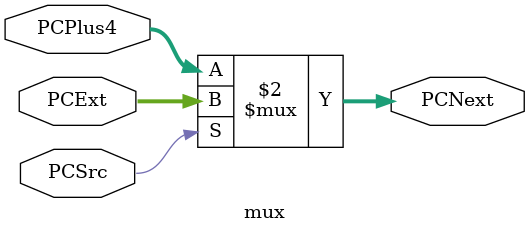
<source format=v>
module mux(
    output [31:0] PCNext,
    input PCSrc,
    input [31:0] PCPlus4,
    input [31:0] PCExt
);
    assign
        PCNext = (PCSrc==0) ? PCPlus4 : PCExt;
endmodule
</source>
